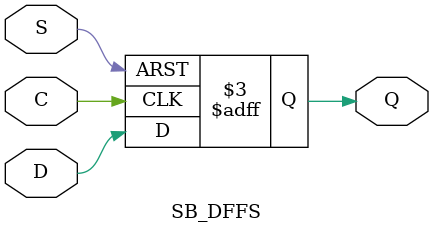
<source format=v>
module SB_DFFS (output Q, input C, S, D);
	reg Q = 0;
	always @(posedge C, posedge S)
		if (S)
			Q <= 1;
		else
			Q <= D;
endmodule

</source>
